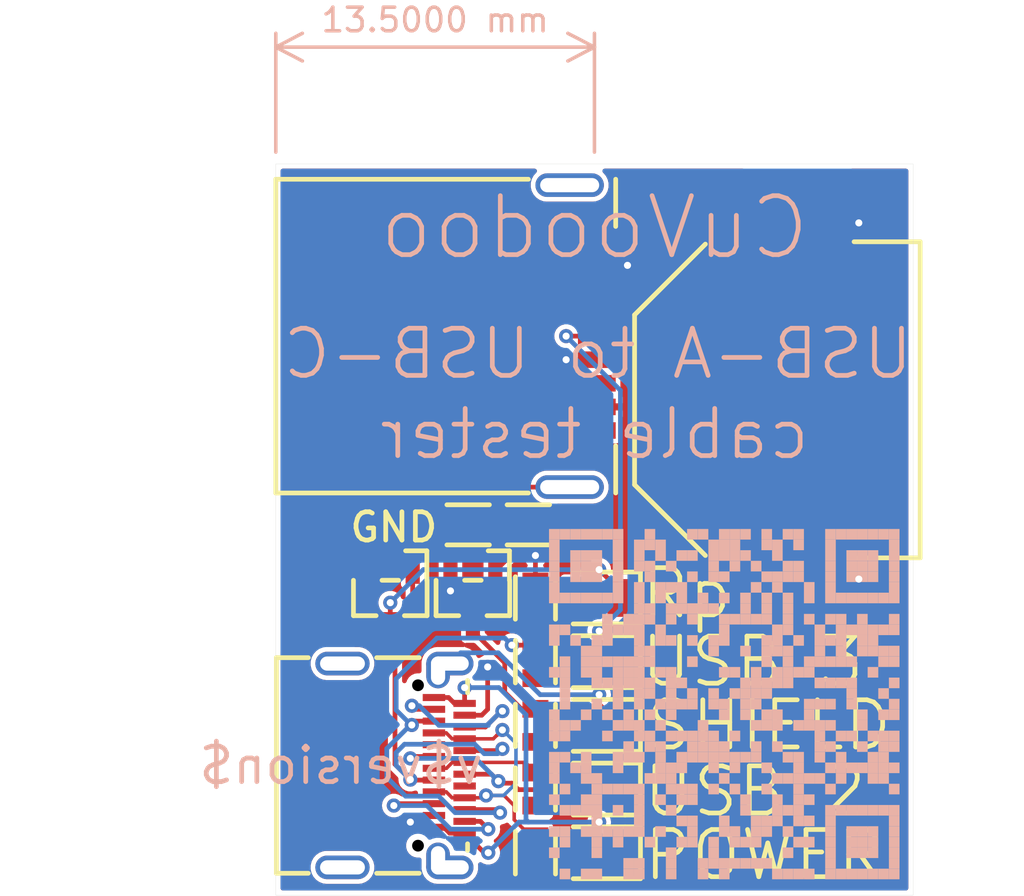
<source format=kicad_pcb>
(kicad_pcb (version 20211014) (generator pcbnew)

  (general
    (thickness 1.6)
  )

  (paper "A4")
  (title_block
    (title "USB-A to USB-C cable tester")
    (date "$date$")
    (rev "$version$.$revision$")
    (company "CuVoodoo")
    (comment 1 "King Kévin")
    (comment 2 "CERN-OHL-S")
  )

  (layers
    (0 "F.Cu" signal)
    (31 "B.Cu" signal)
    (33 "F.Adhes" user "F.Adhesive")
    (34 "B.Paste" user)
    (35 "F.Paste" user)
    (36 "B.SilkS" user "B.Silkscreen")
    (37 "F.SilkS" user "F.Silkscreen")
    (38 "B.Mask" user)
    (39 "F.Mask" user)
    (40 "Dwgs.User" user "User.Drawings")
    (44 "Edge.Cuts" user)
    (45 "Margin" user)
    (46 "B.CrtYd" user "B.Courtyard")
    (47 "F.CrtYd" user "F.Courtyard")
    (48 "B.Fab" user)
    (49 "F.Fab" user)
  )

  (setup
    (stackup
      (layer "F.SilkS" (type "Top Silk Screen"))
      (layer "F.Paste" (type "Top Solder Paste"))
      (layer "F.Mask" (type "Top Solder Mask") (thickness 0.01))
      (layer "F.Cu" (type "copper") (thickness 0.035))
      (layer "dielectric 1" (type "core") (thickness 1.51) (material "FR4") (epsilon_r 4.5) (loss_tangent 0.02))
      (layer "B.Cu" (type "copper") (thickness 0.035))
      (layer "B.Mask" (type "Bottom Solder Mask") (thickness 0.01))
      (layer "B.Paste" (type "Bottom Solder Paste"))
      (layer "B.SilkS" (type "Bottom Silk Screen"))
      (copper_finish "None")
      (dielectric_constraints no)
    )
    (pad_to_mask_clearance 0)
    (pcbplotparams
      (layerselection 0x00010fc_ffffffff)
      (disableapertmacros false)
      (usegerberextensions false)
      (usegerberattributes true)
      (usegerberadvancedattributes true)
      (creategerberjobfile true)
      (svguseinch false)
      (svgprecision 6)
      (excludeedgelayer true)
      (plotframeref false)
      (viasonmask false)
      (mode 1)
      (useauxorigin false)
      (hpglpennumber 1)
      (hpglpenspeed 20)
      (hpglpendiameter 15.000000)
      (dxfpolygonmode true)
      (dxfimperialunits true)
      (dxfusepcbnewfont true)
      (psnegative false)
      (psa4output false)
      (plotreference true)
      (plotvalue true)
      (plotinvisibletext false)
      (sketchpadsonfab false)
      (subtractmaskfromsilk false)
      (outputformat 1)
      (mirror false)
      (drillshape 1)
      (scaleselection 1)
      (outputdirectory "")
    )
  )

  (net 0 "")
  (net 1 "VCC")
  (net 2 "GND")
  (net 3 "/PWR-")
  (net 4 "Net-(D1-Pad2)")
  (net 5 "/USB2-")
  (net 6 "Net-(D2-Pad2)")
  (net 7 "/USB3-")
  (net 8 "Net-(D3-Pad2)")
  (net 9 "Net-(D4-Pad1)")
  (net 10 "Net-(D4-Pad2)")
  (net 11 "Net-(D5-Pad2)")
  (net 12 "Net-(J1-Pad8)")
  (net 13 "Net-(J1-Pad5)")
  (net 14 "/SH-A")
  (net 15 "Net-(J2-PadA3)")
  (net 16 "/PWR+")
  (net 17 "/Rp")
  (net 18 "/USB2+")
  (net 19 "unconnected-(J2-PadA8)")
  (net 20 "/USB3+")
  (net 21 "Net-(J2-PadA11)")
  (net 22 "unconnected-(J2-PadB8)")
  (net 23 "/SH-C")
  (net 24 "Net-(Q7-Pad3)")
  (net 25 "unconnected-(J1-Pad10)")
  (net 26 "unconnected-(J2-PadS2)")
  (net 27 "unconnected-(J2-PadS4)")
  (net 28 "unconnected-(J2-PadS3)")

  (footprint "qeda:UC1608X55N" (layer "F.Cu") (at 61.3 66.4))

  (footprint "qeda:LEDC2012X80N" (layer "F.Cu") (at 64 61 -90))

  (footprint "kikit:Tab" (layer "F.Cu") (at 77.55 49.9 180))

  (footprint "qeda:CONNECTOR_XKB_U262-24XN-4BV64" (layer "F.Cu") (at 54.375 65.4 -90))

  (footprint "qeda:UC1608X55N" (layer "F.Cu") (at 58.45 55.2 -90))

  (footprint "kikit:Tab" (layer "F.Cu") (at 50 47.2))

  (footprint "qeda:LEDC2012X80N" (layer "F.Cu") (at 64 63.7 -90))

  (footprint "qeda:CONNECTOR_MY-1220-03" (layer "F.Cu") (at 71.5 49.9 -90))

  (footprint "qeda:UC1608X55N" (layer "F.Cu") (at 61.3 69.1))

  (footprint "qeda:CONNECTOR_U231-09XN-4BLRA00" (layer "F.Cu") (at 57.5 47.2 -90))

  (footprint "qeda:LEDC2012X80N" (layer "F.Cu") (at 64 69.1 -90))

  (footprint "qeda:UC1608X55N" (layer "F.Cu") (at 61.3 63.7))

  (footprint "custom:pad_A" (layer "F.Cu") (at 52 57.2))

  (footprint "qeda:UC1608X55N" (layer "F.Cu") (at 61 55.2 90))

  (footprint "qeda:SOT95P237X112-3N" (layer "F.Cu") (at 58.65 58.3 -90))

  (footprint "qeda:SOT95P237X112-3N" (layer "F.Cu") (at 55.15 58.3 -90))

  (footprint "qeda:LEDC2012X80N" (layer "F.Cu") (at 64 58.3 -90))

  (footprint "qeda:LEDC2012X80N" (layer "F.Cu") (at 64 66.4 -90))

  (footprint "qeda:UC1608X55N" (layer "F.Cu") (at 61.3 58.3))

  (footprint "qeda:UC1608X55N" (layer "F.Cu") (at 61.3 61))

  (footprint "custom:QR" (layer "B.Cu") (at 69.3 62.8 180))

  (gr_rect (start 50.3 39.9) (end 77.3 70.9) (layer "Edge.Cuts") (width 0.01) (fill none) (tstamp e110771b-8aba-42bd-84d6-617f9ea39dc4))
  (gr_text "cable tester" (at 63.8 51.35) (layer "B.SilkS") (tstamp 179cd2f8-9733-4954-85ff-39ca965aeee1)
    (effects (font (size 2 2) (thickness 0.2)) (justify mirror))
  )
  (gr_text "USB-A to USB-C" (at 63.95 47.95) (layer "B.SilkS") (tstamp 4d7a8855-27cb-41ec-a779-1e63df03c905)
    (effects (font (size 2 2) (thickness 0.2)) (justify mirror))
  )
  (gr_text "v$version$" (at 59.2 65.4) (layer "B.SilkS") (tstamp 792c4c1d-f5d1-4910-9abd-84049f176ad3)
    (effects (font (size 1.5 1.5) (thickness 0.2)) (justify left mirror))
  )
  (gr_text "CuVoodoo" (at 63.8 42.6) (layer "B.SilkS") (tstamp 8a3d6bd8-1b6d-4752-a0a8-fdb777df11ae)
    (effects (font (size 2.5 2.5) (thickness 0.2)) (justify mirror))
  )
  (gr_text "POWER" (at 71 69.2) (layer "F.SilkS") (tstamp 28d0cc7d-8de8-4b53-95ef-6dfe09ee3a59)
    (effects (font (size 2 2) (thickness 0.2)))
  )
  (gr_text "GND" (at 55.3 55.3) (layer "F.SilkS") (tstamp 34852892-c925-4f4c-a185-7e95d257c202)
    (effects (font (size 1.2 1.2) (thickness 0.2)))
  )
  (gr_text "USB 2" (at 70.6 66.5) (layer "F.SilkS") (tstamp 3859f4e5-f8f6-455c-8d1a-163e06472d32)
    (effects (font (size 2 2) (thickness 0.2)))
  )
  (gr_text "USB 3" (at 70.5 61) (layer "F.SilkS") (tstamp 4c0f3b00-6ee3-44a9-9f3c-e2b80cccfc95)
    (effects (font (size 2 2) (thickness 0.2)))
  )
  (gr_text "Rp" (at 67.7 58.1) (layer "F.SilkS") (tstamp 99fc3018-400c-48b2-8606-a82ade13f88d)
    (effects (font (size 2 2) (thickness 0.2)))
  )
  (gr_text "SHIELD" (at 71.2 63.7) (layer "F.SilkS") (tstamp aa6aed97-74af-4bcd-9533-eb1f6168cfd8)
    (effects (font (size 2 2) (thickness 0.2)))
  )
  (dimension (type aligned) (layer "B.SilkS") (tstamp 65d73f6a-fb32-42ec-a309-f2bf1ed0c6db)
    (pts (xy 50.3 39.9) (xy 63.8 39.9))
    (height -4.95)
    (gr_text "13.5000 mm" (at 57.05 33.8) (layer "B.SilkS") (tstamp 58f56b81-869f-47b6-bb56-d60055f3c47f)
      (effects (font (size 1 1) (thickness 0.15)))
    )
    (format (units 3) (units_format 1) (precision 4))
    (style (thickness 0.15) (arrow_length 1.27) (text_position_mode 0) (extension_height 0.58642) (extension_offset 0.5) keep_text_aligned)
  )
  (dimension (type aligned) (layer "F.Fab") (tstamp 0987586c-4343-480a-ae15-bc1b4632f1d3)
    (pts (xy 50.3 39.9) (xy 50.3 70.9))
    (height 5.6)
    (gr_text "31.0000 mm" (at 43.55 55.4 90) (layer "F.Fab") (tstamp 0987586c-4343-480a-ae15-bc1b4632f1d3)
      (effects (font (size 1 1) (thickness 0.15)))
    )
    (format (units 3) (units_format 1) (precision 4))
    (style (thickness 0.1) (arrow_length 1.27) (text_position_mode 0) (extension_height 0.58642) (extension_offset 0.5) keep_text_aligned)
  )
  (dimension (type aligned) (layer "F.Fab") (tstamp d235e816-7f10-40ef-931c-0cccd106ef8e)
    (pts (xy 50.3 39.9) (xy 77.3 39.9))
    (height -2.3)
    (gr_text "27.0000 mm" (at 63.8 36.45) (layer "F.Fab") (tstamp d235e816-7f10-40ef-931c-0cccd106ef8e)
      (effects (font (size 1 1) (thickness 0.15)))
    )
    (format (units 3) (units_format 1) (precision 4))
    (style (thickness 0.1) (arrow_length 1.27) (text_position_mode 0) (extension_height 0.58642) (extension_offset 0.5) keep_text_aligned)
  )

  (segment (start 57 67.52) (end 56.28 67.52) (width 0.2) (layer "F.Cu") (net 1) (tstamp 1b8b5758-c580-4557-87a1-b6222a8116e9))
  (segment (start 57.7 58) (end 57.7 57.15) (width 0.2) (layer "F.Cu") (net 1) (tstamp 3618117b-dab2-40a7-ba43-5eb5fb4ac084))
  (segment (start 63.9 48.2) (end 62.6 48.2) (width 0.2) (layer "F.Cu") (net 1) (tstamp 3b85de12-8f5e-4ee5-baa0-b3e061d387b0))
  (segment (start 74.95 57.45) (end 75 57.5) (width 0.2) (layer "F.Cu") (net 1) (tstamp 40f41ae5-c0fa-46c5-bb56-d03490ca3c74))
  (segment (start 56.28 67.52) (end 56 67.8) (width 0.2) (layer "F.Cu") (net 1) (tstamp 6355cadd-40a2-4caa-bf46-5786df19e887))
  (segment (start 59.024022 63.27) (end 58.3 63.27) (width 0.2) (layer "F.Cu") (net 1) (tstamp 69ec6134-374d-4104-8d1d-f52100048361))
  (segment (start 63.9 44.2) (end 65.2 44.2) (width 0.2) (layer "F.Cu") (net 1) (tstamp 8b0223ce-8578-461b-8300-b85dbef8cc65))
  (segment (start 61.7 55.2) (end 61.7 56.1005) (width 0.2) (layer "F.Cu") (net 1) (tstamp 90d5053f-4a4f-482f-82d0-dbc9242f9414))
  (segment (start 74.95 42.35) (end 75 42.4) (width 0.2) (layer "F.Cu") (net 1) (tstamp 916ac31c-e257-4bf6-ab3c-881b663cb45e))
  (segment (start 61.3 57.6) (end 61.3 56.5005) (width 0.2) (layer "F.Cu") (net 1) (tstamp 9e0b6373-37a1-49ce-9330-a38e67a3ca82))
  (segment (start 59.276089 61.223911) (end 59.276089 63.017933) (width 0.2) (layer "F.Cu") (net 1) (tstamp 9e2debc8-f8b5-45d8-b683-92d0cd68a8b9))
  (segment (start 61.7 56.1005) (end 61.3 56.5005) (width 0.2) (layer "F.Cu") (net 1) (tstamp a41385bb-0811-4d82-ba34-f938f0a7549e))
  (segment (start 59.276089 63.017933) (end 59.024022 63.27) (width 0.2) (layer "F.Cu") (net 1) (tstamp b19d611f-10c6-4b82-a5fb-8b2a03084b94))
  (segment (start 72.4 57.45) (end 74.95 57.45) (width 0.2) (layer "F.Cu") (net 1) (tstamp b851d31a-dd8e-4bc1-832f-5ff796344720))
  (segment (start 72.4 42.35) (end 74.95 42.35) (width 0.2) (layer "F.Cu") (net 1) (tstamp f5dcbef9-d186-485b-bd4f-c91f0d0e3850))
  (via (at 65.2 44.2) (size 0.6) (drill 0.3) (layers "F.Cu" "B.Cu") (net 1) (tstamp 4fa1f0af-4b89-4023-9992-28f7a0a9c009))
  (via (at 59.276089 61.223911) (size 0.6) (drill 0.3) (layers "F.Cu" "B.Cu") (net 1) (tstamp 522fea9f-551e-4434-8631-a4891a80df0c))
  (via (at 75 57.5) (size 0.6) (drill 0.3) (layers "F.Cu" "B.Cu") (free) (net 1) (tstamp 5a6c3353-bd2a-461c-bfd6-749bbcb38c9f))
  (via (at 56 67.8) (size 0.6) (drill 0.3) (layers "F.Cu" "B.Cu") (net 1) (tstamp 64aed69c-80f4-4314-a1a8-c168a4b46aac))
  (via (at 57.7 58) (size 0.6) (drill 0.3) (layers "F.Cu" "B.Cu") (net 1) (tstamp cde70262-8de2-40e1-8ac2-f0f87b0935b8))
  (via (at 62.6 48.2) (size 0.6) (drill 0.3) (layers "F.Cu" "B.Cu") (net 1) (tstamp cf64a83f-fc0f-41f5-a09f-a473f2fcaeb8))
  (via (at 61.3 56.5005) (size 0.6) (drill 0.3) (layers "F.Cu" "B.Cu") (net 1) (tstamp d2cb9189-cf73-4ae4-849f-331b6c5d53fe))
  (via (at 75 42.4) (size 0.6) (drill 0.3) (layers "F.Cu" "B.Cu") (free) (net 1) (tstamp dece80db-b223-47d7-a844-ee468c4ea71a))
  (segment (start 57.87 62.77) (end 58.3 62.77) (width 0.2) (layer "F.Cu") (net 3) (tstamp 28290c71-68de-4c28-8728-ad8c7232ab45))
  (segment (start 64.9 68.7) (end 64 67.8) (width 0.2) (layer "F.Cu") (net 3) (tstamp 30d00695-2761-4e24-8335-8327aaa75002))
  (segment (start 57.62 62.52) (end 57.87 62.77) (width 0.2) (layer "F.Cu") (net 3) (tstamp 33226df9-6400-49bc-887f-48f8f75bdba5))
  (segment (start 58.3 62.77) (end 58.3 62.1) (width 0.2) (layer "F.Cu") (net 3) (tstamp 3f0c5b8a-8754-48a3-907b-6d807b9c72b0))
  (segment (start 57 62.52) (end 57.62 62.52) (width 0.2) (layer "F.Cu") (net 3) (tstamp 64c92ce1-6f9d-46f2-b7a7-1128a377480f))
  (segment (start 64.9 69.1) (end 64.9 68.7) (width 0.2) (layer "F.Cu") (net 3) (tstamp 6c9b78b1-2421-4c64-a4af-ad160cdaab73))
  (segment (start 57.42 68.02) (end 57.67 68.27) (width 0.2) (layer "F.Cu") (net 3) (tstamp 72fcd135-1384-4732-8938-e7add491d0ec))
  (segment (start 59.13 69.1) (end 58.3 68.27) (width 0.2) (layer "F.Cu") (net 3) (tstamp 9e4290f1-51d5-4f7d-81b6-76bba4400bdb))
  (segment (start 59.3 69.1) (end 59.13 69.1) (width 0.2) (layer "F.Cu") (net 3) (tstamp a8abf6e0-f867-45c8-b60c-2e28824cb312))
  (segment (start 57.67 68.27) (end 58.3 68.27) (width 0.2) (layer "F.Cu") (net 3) (tstamp edd723ed-ada5-4c33-b836-6a765deb5ab8))
  (segment (start 57 68.02) (end 57.42 68.02) (width 0.2) (layer "F.Cu") (net 3) (tstamp f595d2d8-fada-4670-85d5-7eadd6975f3a))
  (via (at 58.3 62.1) (size 0.6) (drill 0.3) (layers "F.Cu" "B.Cu") (net 3) (tstamp 61228115-c3c1-4c09-9057-e8b0ee5d5179))
  (via (at 59.3 69.1) (size 0.6) (drill 0.3) (layers "F.Cu" "B.Cu") (net 3) (tstamp 8b661746-cf2c-4a6f-956a-30db112cbceb))
  (via (at 64 67.8) (size 0.6) (drill 0.3) (layers "F.Cu" "B.Cu") (net 3) (tstamp e57c7d3f-2011-4453-ba51-7180f65ec00b))
  (segment (start 64 67.8) (end 61 67.8) (width 0.2) (layer "B.Cu") (net 3) (tstamp 03560363-6a61-4260-ad7c-0a7b18fd9387))
  (segment (start 60.9 63.247986) (end 60.9 67.7) (width 0.2) (layer "B.Cu") (net 3) (tstamp 1dc02f56-c601-4978-ad6f-99ab3cb9600d))
  (segment (start 61 67.8) (end 60.6 67.8) (width 0.2) (layer "B.Cu") (net 3) (tstamp 262efff9-07f6-4127-8dae-3449e11ab2e2))
  (segment (start 59.752014 62.1) (end 60.9 63.247986) (width 0.2) (layer "B.Cu") (net 3) (tstamp 706d331e-9990-47fa-bd71-ffef050819a7))
  (segment (start 60.9 67.7) (end 61 67.8) (width 0.2) (layer "B.Cu") (net 3) (tstamp 8870284b-bbeb-44c8-a36c-49d893d9d8fa))
  (segment (start 60.6 67.8) (end 59.3 69.1) (width 0.2) (layer "B.Cu") (net 3) (tstamp 88a0a88a-c116-4b88-8174-b1fddfa375b8))
  (segment (start 58.3 62.1) (end 59.752014 62.1) (width 0.2) (layer "B.Cu") (net 3) (tstamp 8ec74bc7-7979-4d25-bb25-1002dd3211ed))
  (segment (start 62.4 69.8) (end 63.1 69.1) (width 0.2) (layer "F.Cu") (net 4) (tstamp 06509903-9442-42f4-87a3-aa6effd51270))
  (segment (start 61.3 69.8) (end 62.4 69.8) (width 0.2) (layer "F.Cu") (net 4) (tstamp 92e5436c-8cd0-4fdc-8734-73ea33ab81b2))
  (segment (start 59.434312 65.77) (end 58.3 65.77) (width 0.2) (layer "F.Cu") (net 5) (tstamp 0fc718bd-20bf-4e09-8059-b80b256078a1))
  (segment (start 56.08 65.02) (end 56 65.1) (width 0.2) (layer "F.Cu") (net 5) (tstamp 144cb0a8-c226-41b7-b231-5a667076bcd5))
  (segment (start 62.4 65.3) (end 63.949022 65.3) (width 0.2) (layer "F.Cu") (net 5) (tstamp 39e8fab7-e3b2-483d-bee8-a812d8a861cd))
  (segment (start 62.250489 66.273533) (end 62.250489 65.449511) (width 0.2) (layer "F.Cu") (net 5) (tstamp 5b4c0919-1e6b-4e97-9192-b1bf7a7caee7))
  (segment (start 59.729808 66.065496) (end 59.81529 66.150978) (width 0.2) (layer "F.Cu") (net 5) (tstamp 6244e5a5-1887-44c1-921a-22c225f4ed75))
  (segment (start 62.098533 66.425489) (end 62.250489 66.273533) (width 0.2) (layer "F.Cu") (net 5) (tstamp 67cffd96-66e1-4f8d-a493-5f1f80ab8495))
  (segment (start 64.9 66.250978) (end 64.9 66.4) (width 0.2) (layer "F.Cu") (net 5) (tstamp 812711a1-1db5-45f9-8402-3f59cef0a66e))
  (segment (start 57 65.02) (end 56.08 65.02) (width 0.2) (layer "F.Cu") (net 5) (tstamp 81492a5c-d7b0-4e18-9355-4604ecdbffbc))
  (segment (start 59.81529 66.150978) (end 60.3 66.150978) (width 0.2) (layer "F.Cu") (net 5) (tstamp b09ed1ab-bd78-457e-b690-5a269a22f9e2))
  (segment (start 62.250489 65.449511) (end 62.4 65.3) (width 0.2) (layer "F.Cu") (net 5) (tstamp b99c66e4-fe49-46ab-8449-b9ad6b94dbfc))
  (segment (start 60.3 66.150978) (end 60.574511 66.425489) (width 0.2) (layer "F.Cu") (net 5) (tstamp e95a020f-b884-4c3e-9086-4b4235ac5ec8))
  (segment (start 63.949022 65.3) (end 64.9 66.250978) (width 0.2) (layer "F.Cu") (net 5) (tstamp edc3baf0-16d6-4606-a34e-1ccbcaa52ab8))
  (segment (start 60.574511 66.425489) (end 62.098533 66.425489) (width 0.2) (layer "F.Cu") (net 5) (tstamp f141967a-c0ab-4b1e-ad40-f448b7f7d947))
  (segment (start 59.729808 66.065496) (end 59.434312 65.77) (width 0.2) (layer "F.Cu") (net 5) (tstamp fee3ca4b-a214-46b3-9cb4-84f213190977))
  (via (at 59.729808 66.065496) (size 0.6) (drill 0.3) (layers "F.Cu" "B.Cu") (net 5) (tstamp d16c3a18-cdc1-4179-9758-b39f74001ef6))
  (via (at 56 65.1) (size 0.6) (drill 0.3) (layers "F.Cu" "B.Cu") (net 5) (tstamp dead273e-4cd2-49fd-9279-ca8452283aec))
  (segment (start 59.729808 66.065496) (end 58.764312 65.1) (width 0.2) (layer "B.Cu") (net 5) (tstamp 6d43aa55-7c83-46a6-a197-3d6b71417ad4))
  (segment (start 58.764312 65.1) (end 56 65.1) (width 0.2) (layer "B.Cu") (net 5) (tstamp 82f2ee27-d41f-4f1d-b6c2-4795bb7b85de))
  (segment (start 62.4 67.1) (end 63.1 66.4) (width 0.2) (layer "F.Cu") (net 6) (tstamp c360a504-90a0-4d4b-be27-6c560537bcf3))
  (segment (start 61.3 67.1) (end 62.4 67.1) (width 0.2) (layer "F.Cu") (net 6) (tstamp e1eee509-ea3d-4376-92ce-6543c57e18f5))
  (segment (start 63.9 47.2) (end 62.6 47.2) (width 0.2) (layer "F.Cu") (net 7) (tstamp 082efa80-21ad-47b6-93ac-219b6d5d19ec))
  (segment (start 64 60.1) (end 64.9 61) (width 0.2) (layer "F.Cu") (net 7) (tstamp 0982c320-41d0-4282-82c8-c03c9c5254d1))
  (segment (start 64 59.7) (end 64 60.1) (width 0.2) (layer "F.Cu") (net 7) (tstamp 7ec8cb36-5a02-42fc-82ee-8cb2604766dd))
  (via (at 64 59.7) (size 0.6) (drill 0.3) (layers "F.Cu" "B.Cu") (net 7) (tstamp 63ceaa7b-3446-4530-808d-5bd8a9a9b270))
  (via (at 62.6 47.2) (size 0.6) (drill 0.3) (layers "F.Cu" "B.Cu") (net 7) (tstamp fed793c4-5920-4faa-8924-fb809828384f))
  (segment (start 64.900489 58.799511) (end 64.900489 49.500489) (width 0.2) (layer "B.Cu") (net 7) (tstamp 0d169fdd-0647-4144-b48a-f330c5b6aead))
  (segment (start 64 59.7) (end 64.900489 58.799511) (width 0.2) (layer "B.Cu") (net 7) (tstamp 4d411035-f8e7-4ab1-bccf-bb9ceced5881))
  (segment (start 64.900489 49.500489) (end 62.6 47.2) (width 0.2) (layer "B.Cu") (net 7) (tstamp 812beb1f-4872-4838-806c-81ab5e558f5f))
  (segment (start 62.4 61.7) (end 63.1 61) (width 0.2) (layer "F.Cu") (net 8) (tstamp 2d65021b-1d2c-4c04-b724-b366f1e833cf))
  (segment (start 61.3 61.7) (end 62.4 61.7) (width 0.2) (layer "F.Cu") (net 8) (tstamp 33696b01-17e0-42f4-97e2-ea740f87064e))
  (segment (start 55.15 58.5) (end 55.15 59.45) (width 0.2) (layer "F.Cu") (net 9) (tstamp 3c14ee8f-9a4f-46ea-afdb-aa9a9b7bf048))
  (segment (start 64.9 58) (end 64 57.1) (width 0.2) (layer "F.Cu") (net 9) (tstamp 7c7ab7b4-5070-4ed7-9886-e339d46c25fb))
  (segment (start 64.9 58.3) (end 64.9 58) (width 0.2) (layer "F.Cu") (net 9) (tstamp c19515e2-da46-48cf-938f-85c3f081425e))
  (via (at 64 57.1) (size 0.6) (drill 0.3) (layers "F.Cu" "B.Cu") (net 9) (tstamp 3af5ac5c-4cd6-4c08-91d9-7786621392e8))
  (via (at 55.15 58.5) (size 0.6) (drill 0.3) (layers "F.Cu" "B.Cu") (net 9) (tstamp ae2c0a70-2378-43ca-8685-04fb9d234ad8))
  (segment (start 64 57.1) (end 56.55 57.1) (width 0.2) (layer "B.Cu") (net 9) (tstamp 372d452d-f849-4cc6-ae6a-a7516e652ab4))
  (segment (start 56.55 57.1) (end 55.15 58.5) (width 0.2) (layer "B.Cu") (net 9) (tstamp a4173900-d5a2-4f4f-b879-f765c8e0a10c))
  (segment (start 61.3 59) (end 62.4 59) (width 0.2) (layer "F.Cu") (net 10) (tstamp 600bf926-757a-4ba3-85e6-922f96976d2a))
  (segment (start 62.4 59) (end 63.1 58.3) (width 0.2) (layer "F.Cu") (net 10) (tstamp d6297aad-2160-46a6-b90b-5d247f2de6a1))
  (segment (start 62.4 64.4) (end 63.1 63.7) (width 0.2) (layer "F.Cu") (net 11) (tstamp 8c73cd64-a10b-4858-8882-a99d1f846635))
  (segment (start 61.3 64.4) (end 62.4 64.4) (width 0.2) (layer "F.Cu") (net 11) (tstamp d00bd804-a559-4e7f-b2f8-adbbae07fff7))
  (segment (start 62.4 44.8) (end 62.8 45.2) (width 0.2) (layer "F.Cu") (net 12) (tstamp 45cfbb0f-1c5b-43ff-8533-b7e190cf389b))
  (segment (start 63.9 43.2) (end 62.8 43.2) (width 0.2) (layer "F.Cu") (net 12) (tstamp 4935fee8-0ddb-46bc-b996-bcf8323e668a))
  (segment (start 62.4 43.6) (end 62.4 44.8) (width 0.2) (layer "F.Cu") (net 12) (tstamp a962cbfa-7c3c-443d-a1fd-57c1f365e664))
  (segment (start 62.8 45.2) (end 63.9 45.2) (width 0.2) (layer "F.Cu") (net 12) (tstamp add3771a-39c6-4bbe-9d69-4a67a27dbc26))
  (segment (start 62.8 43.2) (end 62.4 43.6) (width 0.2) (layer "F.Cu") (net 12) (tstamp c1f4cebc-f59d-49cc-b8d8-cee160f95adb))
  (segment (start 63.9 49.2) (end 62.9 49.2) (width 0.2) (layer "F.Cu") (net 13) (tstamp 757b6d0a-4def-4e83-be0c-da2a4643d0a7))
  (segment (start 62.9 49.2) (end 62.4 49.7) (width 0.2) (layer "F.Cu") (net 13) (tstamp 8053613e-4da5-4674-956b-0172ac5f84a0))
  (segment (start 62.4 49.7) (end 62.4 50.7) (width 0.2) (layer "F.Cu") (net 13) (tstamp 88040059-67a4-499c-9026-190d2a993001))
  (segment (start 62.9 51.2) (end 63.9 51.2) (width 0.2) (layer "F.Cu") (net 13) (tstamp 89289089-3246-439a-a0bd-35dcbad4cb49))
  (segment (start 62.4 50.7) (end 62.9 51.2) (width 0.2) (layer "F.Cu") (net 13) (tstamp c6f8c1ef-a233-4fca-ad84-621eb972d8b5))
  (segment (start 62.75 53.6) (end 60.7 53.6) (width 0.2) (layer "F.Cu") (net 14) (tstamp 2435d61f-5f98-4ecd-8c80-9a25b4d12d87))
  (segment (start 60.3 54) (end 60.3 55.2) (width 0.2) (layer "F.Cu") (net 14) (tstamp 33a7aa15-c8cd-4c5b-a5b6-a4d676d708b5))
  (segment (start 60.3 55.2) (end 60.3 56.45) (width 0.2) (layer "F.Cu") (net 14) (tstamp 5a80a8fa-5909-4d26-a1be-bce0921aa9d0))
  (segment (start 60.7 53.6) (end 60.3 54) (width 0.2) (layer "F.Cu") (net 14) (tstamp 80e27d24-6016-42e8-a2d1-a5f29b6a81b6))
  (segment (start 60.3 56.45) (end 59.6 57.15) (width 0.2) (layer "F.Cu") (net 14) (tstamp bce6a095-1537-40ac-9fcb-a3b2f1494d31))
  (segment (start 58.3 63.77) (end 59.178085 63.77) (width 0.2) (layer "F.Cu") (net 15) (tstamp 1999fdda-b3cd-4b34-b78b-6b631e42f685))
  (segment (start 57 63.02) (end 56.216416 63.02) (width 0.2) (layer "F.Cu") (net 15) (tstamp 33ce2d79-cd34-4a55-8db9-806c37f11890))
  (segment (start 59.851589 63.096496) (end 59.900672 63.096496) (width 0.2) (layer "F.Cu") (net 15) (tstamp 6ffb6b44-1b6f-46b2-adf7-9dc8e95491f3))
  (segment (start 59.178085 63.77) (end 59.851589 63.096496) (width 0.2) (layer "F.Cu") (net 15) (tstamp 92d9609c-1018-4020-8408-b22e1b86c5ae))
  (segment (start 56.216416 63.02) (end 56.06596 62.869544) (width 0.2) (layer "F.Cu") (net 15) (tstamp 9e9355c0-df62-4a39-905b-9406ed732fc6))
  (via (at 56.06596 62.869544) (size 0.6) (drill 0.3) (layers "F.Cu" "B.Cu") (net 15) (tstamp 581f32bb-9ddc-4471-b080-76e130484983))
  (via (at 59.900672 63.096496) (size 0.6) (drill 0.3) (layers "F.Cu" "B.Cu") (net 15) (tstamp b758e163-5102-46e6-a850-b3b6ff0de536))
  (segment (start 59.3 63.648085) (end 59.3 63.7) (width 0.2) (layer "B.Cu") (net 15) (tstamp 279f8941-5e19-463c-8d8f-d5fc08dd1b0e))
  (segment (start 59.3 63.7) (end 57.211699 63.7) (width 0.2) (layer "B.Cu") (net 15) (tstamp 62edeeab-d68e-4848-b8b6-0a6e84f8c1a9))
  (segment (start 59.851589 63.096496) (end 59.3 63.648085) (width 0.2) (layer "B.Cu") (net 15) (tstamp 800742b1-ea68-430f-b38d-b650b44f9057))
  (segment (start 56.381243 62.869544) (end 56.06596 62.869544) (width 0.2) (layer "B.Cu") (net 15) (tstamp afc06b9b-0555-49ad-a75f-16ecde840603))
  (segment (start 59.900672 63.096496) (end 59.851589 63.096496) (width 0.2) (layer "B.Cu") (net 15) (tstamp c46343eb-af26-43f7-8b9b-17255129c1f2))
  (segment (start 57.211699 63.7) (end 56.381243 62.869544) (width 0.2) (layer "B.Cu") (net 15) (tstamp d835af60-ec0d-472e-b764-5789ed185a0a))
  (segment (start 57 64.02) (end 57.52 64.02) (width 0.15) (layer "F.Cu") (net 16) (tstamp 17b2821c-9b29-4198-aa70-180564528a28))
  (segment (start 59.207146 66.6705) (end 59.9705 66.6705) (width 0.15) (layer "F.Cu") (net 16) (tstamp 21860735-99ca-40fa-86d0-8a4e0e9d557b))
  (segment (start 59.899925 63.895998) (end 59.674934 64.120989) (width 0.15) (layer "F.Cu") (net 16) (tstamp 41cbf25a-2f94-4725-be3d-3c9fdf2a3017))
  (segment (start 59.107646 66.77) (end 59.207146 66.6705) (width 0.15) (layer "F.Cu") (net 16) (tstamp 4e6709cf-762d-427c-8534-22e2be7cb912))
  (segment (start 59.662529 64.120989) (end 59.513518 64.27) (width 0.15) (layer "F.Cu") (net 16) (tstamp 5b78b96f-bbfb-4d01-8f96-fddb62cc7b2b))
  (segment (start 58.3 66.77) (end 59.107646 66.77) (width 0.15) (layer "F.Cu") (net 16) (tstamp 6100481f-aff1-46d4-982f-3ff26d92b3f2))
  (segment (start 57 66.52) (end 57.52 66.52) (width 0.15) (layer "F.Cu") (net 16) (tstamp 6e65f4f8-9e8d-4724-8425-ecc50db044f1))
  (segment (start 59.513518 64.27) (end 58.3 64.27) (width 0.15) (layer "F.Cu") (net 16) (tstamp 74c59a5f-a887-47b2-8ba1-82797869c834))
  (segment (start 57.52 66.52) (end 57.77 66.77) (width 0.15) (layer "F.Cu") (net 16) (tstamp 80d0a409-42e8-426e-ba03-1b5244f06655))
  (segment (start 59.9705 66.6705) (end 60.4 67.1) (width 0.15) (layer "F.Cu") (net 16) (tstamp 87dd1b5b-8aad-4cd8-b03b-8219682c3779))
  (segment (start 57.52 64.02) (end 57.77 64.27) (width 0.15) (layer "F.Cu") (net 16) (tstamp 9013eee6-b64d-40fa-a83e-b27ec895221b))
  (segment (start 57.77 66.77) (end 58.3 66.77) (width 0.15) (layer "F.Cu") (net 16) (tstamp a0e57082-d29f-41ba-926e-5eb600adeb09))
  (segment (start 59.674934 64.120989) (end 59.662529 64.120989) (width 0.15) (layer "F.Cu") (net 16) (tstamp a59e34c0-205f-455d-b8c8-36e95924bcd8))
  (segment (start 61.1 68.4) (end 61.3 68.4) (width 0.15) (layer "F.Cu") (net 16) (tstamp ae0786e2-53b5-4f7f-9dc9-4f01b1eeb4d6))
  (segment (start 60.4 67.1) (end 60.4 67.7) (width 0.15) (layer "F.Cu") (net 16) (tstamp dc5f25db-aeee-4fae-b2d8-9ec545e2c84a))
  (segment (start 57.77 64.27) (end 58.3 64.27) (width 0.15) (layer "F.Cu") (net 16) (tstamp df20a2e8-6a68-4b24-a4aa-5430bf05df97))
  (segment (start 60.4 67.7) (end 61.1 68.4) (width 0.15) (layer "F.Cu") (net 16) (tstamp ecbe0046-f121-4584-94a9-cd17e6aec82e))
  (via (at 59.899925 63.895998) (size 0.6) (drill 0.3) (layers "F.Cu" "B.Cu") (net 16) (tstamp 7354a64d-c91d-4ac9-a819-952426dc9142))
  (via (at 59.207146 66.6705) (size 0.6) (drill 0.3) (layers "F.Cu" "B.Cu") (net 16) (tstamp cdea7b84-076c-4f56-aca0-5b8e84ab5297))
  (segment (start 59.954989 66.6705) (end 59.207146 66.6705) (width 0.15) (layer "B.Cu") (net 16) (tstamp 3f6b30f6-23b7-4d6e-8fbe-e3aa3c98e00a))
  (segment (start 60.017482 64) (end 60.475011 64.457529) (width 0.15) (layer "B.Cu") (net 16) (tstamp 65a3d422-7ee4-471e-96a4-5092c4d7a106))
  (segment (start 59.899925 63.895998) (end 60.003927 64) (width 0.15) (layer "B.Cu") (net 16) (tstamp b3665817-9b68-4f72-b6fd-11f6e1069296))
  (segment (start 60.475011 66.150478) (end 59.954989 66.6705) (width 0.15) (layer "B.Cu") (net 16) (tstamp b7715cd4-4546-4d5a-9eae-0c91f4af9278))
  (segment (start 60.003927 64) (end 60.017482 64) (width 0.15) (layer "B.Cu") (net 16) (tstamp ba1db7a5-b5f8-4c49-9498-fe7854c54e67))
  (segment (start 60.475011 64.457529) (end 60.475011 66.150478) (width 0.15) (layer "B.Cu") (net 16) (tstamp ee950e96-3105-47a9-b219-97d2819305c6))
  (segment (start 56 66) (end 55.35 65.35) (width 0.2) (layer "F.Cu") (net 17) (tstamp 0e58d3fd-afbe-4bfd-ac0f-2f0592aa6161))
  (segment (start 57.75 55.2) (end 56.45 55.2) (width 0.2) (layer "F.Cu") (net 17) (tstamp 1957147b-edd7-4152-b94c-848e7e4ff05d))
  (segment (start 56.02 66.02) (end 56 66) (width 0.2) (layer "F.Cu") (net 17) (tstamp 403015a3-4731-4cbb-83e6-fecf924c41fe))
  (segment (start 56.1 59.95) (end 56.1 57.15) (width 0.2) (layer "F.Cu") (net 17) (tstamp 42e95b2f-7850-4047-b36d-17bca81f8b84))
  (segment (start 59.826 64.77) (end 58.3 64.77) (width 0.2) (layer "F.Cu") (net 17) (tstamp 437cc4f3-1784-448c-ad2c-4e52c2e32efd))
  (segment (start 56.45 55.2) (end 56.1 55.55) (width 0.2) (layer "F.Cu") (net 17) (tstamp 43f202cf-c786-4e88-b869-6cc6e0331047))
  (segment (start 55.35 65.35) (end 55.35 60.7) (width 0.2) (layer "F.Cu") (net 17) (tstamp 50453182-53d9-48e8-b849-ba728d80c628))
  (segment (start 57 66.02) (end 56.02 66.02) (width 0.2) (layer "F.Cu") (net 17) (tstamp 7523f17d-577d-4f32-9757-c8c490a68615))
  (segment (start 55.35 60.7) (end 56.1 59.95) (width 0.2) (layer "F.Cu") (net 17) (tstamp aa815c9e-d6c3-4196-a997-7f0eb44bbf60))
  (segment (start 59.9005 64.6955) (end 59.826 64.77) (width 0.2) (layer "F.Cu") (net 17) (tstamp b7277299-f263-4b1b-8872-bad30caded7f))
  (segment (start 56.1 55.55) (end 56.1 57.15) (width 0.2) (layer "F.Cu") (net 17) (tstamp d994a382-eebf-434b-a24d-5c20fcc073e6))
  (via (at 59.9005 64.6955) (size 0.6) (drill 0.3) (layers "F.Cu" "B.Cu") (net 17) (tstamp 1058638b-0448-4b13-b8cd-6e6cb2991d52))
  (via (at 56 66) (size 0.6) (drill 0.3) (layers "F.Cu" "B.Cu") (net 17) (tstamp 5e70abfd-eaf8-448b-b8f0-9829f1f629c8))
  (segment (start 58.729807 64.500489) (end 55.751673 64.500489) (width 0.2) (layer "B.Cu") (net 17) (tstamp 33c36b57-c0bf-4461-9aaa-ce4e7747f214))
  (segment (start 59.696 64.9) (end 59.129318 64.9) (width 0.2) (layer "B.Cu") (net 17) (tstamp 6c98df7a-299e-4711-95fd-414992615bfb))
  (segment (start 55.400489 64.851673) (end 55.400489 65.400489) (width 0.2) (layer "B.Cu") (net 17) (tstamp 76bd36e9-2b15-433b-8623-8dc25ff5a400))
  (segment (start 59.9005 64.6955) (end 59.696 64.9) (width 0.2) (layer "B.Cu") (net 17) (tstamp 77535946-c973-4a96-95b8-11b8a2f8d983))
  (segment (start 59.129318 64.9) (end 58.729807 64.500489) (width 0.2) (layer "B.Cu") (net 17) (tstamp 96803f82-2a50-4ed3-ac99-6cfbad85dd8c))
  (segment (start 55.751673 64.500489) (end 55.400489 64.851673) (width 0.2) (layer "B.Cu") (net 17) (tstamp 9f0bc63f-1460-43a0-b805-0fa2112e7239))
  (segment (start 55.400489 65.400489) (end 56 66) (width 0.2) (layer "B.Cu") (net 17) (tstamp d7fd82c1-0548-469d-852b-f973ef1fedd6))
  (segment (start 58.3 65.27) (end 60.87 65.27) (width 0.15) (layer "F.Cu") (net 18) (tstamp 0c38640b-8b09-4f8b-b836-abe3013c930a))
  (segment (start 57.780489 65.27) (end 57.530489 65.52) (width 0.15) (layer "F.Cu") (net 18) (tstamp 9f875f3b-75d8-4ab5-ba15-ab57767145e5))
  (segment (start 57.530489 65.52) (end 57 65.52) (width 0.15) (layer "F.Cu") (net 18) (tstamp ae708ea0-f24a-4229-97fa-4a42c08438a3))
  (segment (start 60.87 65.27) (end 61.3 65.7) (width 0.15) (layer "F.Cu") (net 18) (tstamp c26527dd-e6bc-4e1c-9e48-befadafea0f0))
  (segment (start 58.3 65.27) (end 57.780489 65.27) (width 0.15) (layer "F.Cu") (net 18) (tstamp e0855b11-26db-4ead-90c1-ecd50a06b896))
  (segment (start 56.225715 63.52) (end 57 63.52) (width 0.2) (layer "F.Cu") (net 20) (tstamp 3acbcd2f-27c0-4709-979d-3b7336372b5d))
  (segment (start 59.67 67.27) (end 59.8 67.4) (width 0.2) (layer "F.Cu") (net 20) (tstamp 944ad369-e13b-4129-9657-05f054f31058))
  (segment (start 58.3 67.27) (end 59.67 67.27) (width 0.2) (layer "F.Cu") (net 20) (tstamp ce5a214e-e949-4e56-8f99-95557a3c80a2))
  (segment (start 56.061225 63.68449) (end 56.225715 63.52) (width 0.2) (layer "F.Cu") (net 20) (tstamp df4f1b29-697b-42ca-8eb1-ee4d1edfffb5))
  (segment (start 60.3 60.3) (end 61.3 60.3) (width 0.2) (layer "F.Cu") (net 20) (tstamp fddb5796-afc6-4507-a67a-652701b518de))
  (via (at 56.061225 63.68449) (size 0.6) (drill 0.3) (layers "F.Cu" "B.Cu") (net 20) (tstamp 5c5e998c-ab9c-45aa-9d11-93f4b917d5aa))
  (via (at 59.8 67.4) (size 0.6) (drill 0.3) (layers "F.Cu" "B.Cu") (net 20) (tstamp 6006943d-3a6b-47d6-aad6-b4b26f7ed1da))
  (via (at 60.3 60.3) (size 0.6) (drill 0.3) (layers "F.Cu" "B.Cu") (net 20) (tstamp cbcab39e-255e-4356-b4ad-568db02be456))
  (segment (start 55.80048 66.70048) (end 57.20048 66.70048) (width 0.2) (layer "B.Cu") (net 20) (tstamp 04c664a8-68e5-476a-89f5-7523558b0dac))
  (segment (start 55.00097 64.686186) (end 55.00097 65.90097) (width 0.2) (layer "B.Cu") (net 20) (tstamp 13866240-90b8-4f3a-b916-e41131788f4c))
  (segment (start 55.4 63.051422) (end 55.4 61.724308) (width 0.2) (layer "B.Cu") (net 20) (tstamp 1fa1b9a5-23af-4830-a50a-e74c8023bde1))
  (segment (start 55.4 61.724308) (end 57.124308 60) (width 0.2) (layer "B.Cu") (net 20) (tstamp 26098c39-2bae-419b-8cf1-7a6677cf507a))
  (segment (start 57.124308 60) (end 60 60) (width 0.2) (layer "B.Cu") (net 20) (tstamp 426fde91-1280-4d5d-9075-46502827b6c0))
  (segment (start 60 60) (end 60.3 60.3) (width 0.2) (layer "B.Cu") (net 20) (tstamp 51cf6a37-ecd8-4fb7-b019-43e2a1c3dc5e))
  (segment (start 56.061225 63.68449) (end 56.002666 63.68449) (width 0.2) (layer "B.Cu") (net 20) (tstamp 720190b3-9634-4e18-ab1e-7010e9155daf))
  (segment (start 57.9 67.4) (end 59.8 67.4) (width 0.2) (layer "B.Cu") (net 20) (tstamp 814e2a68-efef-43f5-9dbc-2174a0471912))
  (segment (start 56.033068 63.68449) (end 55.4 63.051422) (width 0.2) (layer "B.Cu") (net 20) (tstamp 8deff56e-f994-436f-aeb6-2b1e261a16e9))
  (segment (start 55.00097 65.90097) (end 55.80048 66.70048) (width 0.2) (layer "B.Cu") (net 20) (tstamp abe60521-ec8a-4eb7-bcfb-72ffd0c2e426))
  (segment (start 56.061225 63.68449) (end 56.033068 63.68449) (width 0.2) (layer "B.Cu") (net 20) (tstamp c17ed371-8862-49a8-a7d7-e671b77c9928))
  (segment (start 56.002666 63.68449) (end 55.00097 64.686186) (width 0.2) (layer "B.Cu") (net 20) (tstamp d7586676-0bba-4b4e-97f0-814e474c2e83))
  (segment (start 57.20048 66.70048) (end 57.9 67.4) (width 0.2) (layer "B.Cu") (net 20) (tstamp f1795a69-a6fa-4bb6-b64a-c8afbeec7bf6))
  (segment (start 58.97 67.77) (end 58.3 67.77) (width 0.2) (layer "F.Cu") (net 21) (tstamp 775920e1-4c27-4a46-b66a-3af97f817a69))
  (segment (start 59.3 68.1) (end 58.97 67.77) (width 0.2) (layer "F.Cu") (net 21) (tstamp 905925ae-53e8-4429-9d47-ac2bc3188113))
  (segment (start 55.3 67.1) (end 55.38 67.02) (width 0.2) (layer "F.Cu") (net 21) (tstamp 9b3eb714-d2ae-4526-927b-773770ce0b2b))
  (segment (start 55.38 67.02) (end 57 67.02) (width 0.2) (layer "F.Cu") (net 21) (tstamp bf8ba8a0-36d5-4e5d-ac0b-d5f75dc5f60d))
  (via (at 59.3 68.1) (size 0.6) (drill 0.3) (layers "F.Cu" "B.Cu") (net 21) (tstamp 2333aaf4-17d6-4e23-ad2e-82b13e48715f))
  (via (at 55.3 67.1) (size 0.6) (drill 0.3) (layers "F.Cu" "B.Cu") (net 21) (tstamp 66ab4398-1c3d-42ce-aa14-eefaae86af29))
  (segment (start 55.3 67.1) (end 56.7 67.1) (width 0.2) (layer "B.Cu") (net 21) (tstamp 0db5d3eb-0aa9-4d15-8285-ee974a6d29d1))
  (segment (start 56.7 67.1) (end 57.7 68.1) (width 0.2) (layer "B.Cu") (net 21) (tstamp 60cef33b-3572-45bd-a579-eb139a9c9c4e))
  (segment (start 57.7 68.1) (end 59.3 68.1) (width 0.2) (layer "B.Cu") (net 21) (tstamp aedd7e23-3f86-4a52-b801-94567ab2f8dc))
  (segment (start 64 62.4) (end 64 62.8) (width 0.2) (layer "F.Cu") (net 23) (tstamp 4652ec4f-ff8a-46de-be90-64316d88ae8b))
  (segment (start 64 62.8) (end 64.9 63.7) (width 0.2) (layer "F.Cu") (net 23) (tstamp 8f030a28-e814-4f86-97f5-b6867c9d6954))
  (via (at 64 62.4) (size 0.6) (drill 0.3) (layers "F.Cu" "B.Cu") (net 23) (tstamp c98be236-8792-4dce-b46b-7977c7d20059))
  (segment (start 59.7244 60.6244) (end 61.5 62.4) (width 0.2) (layer "B.Cu") (net 23) (tstamp 54717502-8c9c-4654-bc17-e5105d70bdbe))
  (segment (start 57.675 61.08) (end 58.1306 60.6244) (width 0.2) (layer "B.Cu") (net 23) (tstamp ab16fdc2-d25f-4858-9732-fb85b0f02e84))
  (segment (start 58.1306 60.6244) (end 59.7244 60.6244) (width 0.2) (layer "B.Cu") (net 23) (tstamp bffac24e-1225-4bd8-b80f-d69323019de7))
  (segment (start 61.5 62.4) (end 64 62.4) (width 0.2) (layer "B.Cu") (net 23) (tstamp e50fd9c4-0caf-4061-ade8-dc069a2699d0))
  (segment (start 58.65 59.45) (end 58.65 59.7) (width 0.2) (layer "F.Cu") (net 24) (tstamp 673ca9b2-f4ba-449f-81e1-4926b5cee031))
  (segment (start 60 61.05) (end 60 62.3) (width 0.2) (layer "F.Cu") (net 24) (tstamp a692a7a3-a855-4d61-a390-560f358b0904))
  (segment (start 60 62.3) (end 60.7 63) (width 0.2) (layer "F.Cu") (net 24) (tstamp c40ba043-4452-47b4-9088-7d6d1cd25743))
  (segment (start 60.7 63) (end 61.3 63) (width 0.2) (layer "F.Cu") (net 24) (tstamp dba9cab6-beeb-4bc2-be5a-6cd74c2e6ad5))
  (segment (start 58.65 59.7) (end 60 61.05) (width 0.2) (layer "F.Cu") (net 24) (tstamp e817e54b-3e3b-44d3-acad-dd6e41e6cd3f))

  (zone (net 2) (net_name "GND") (layer "F.Cu") (tstamp f1fb88a7-782f-4878-996d-83985135eb38) (hatch edge 0.508)
    (connect_pads (clearance 0.2))
    (min_thickness 0.2) (filled_areas_thickness no)
    (fill yes (thermal_gap 0.3) (thermal_bridge_width 0.3))
    (polygon
      (pts
        (xy 77.1 70.7)
        (xy 50.5 70.7)
        (xy 50.5 40.1)
        (xy 77.1 40.1)
      )
    )
    (filled_polygon
      (layer "F.Cu")
      (pts
        (xy 61.323669 40.119407)
        (xy 61.359633 40.168907)
        (xy 61.359633 40.230093)
        (xy 61.333107 40.270473)
        (xy 61.333349 40.270688)
        (xy 61.22056 40.397279)
        (xy 61.21777 40.402549)
        (xy 61.217769 40.40255)
        (xy 61.214526 40.408675)
        (xy 61.141224 40.547119)
        (xy 61.099919 40.711559)
        (xy 61.099031 40.881105)
        (xy 61.138612 41.045968)
        (xy 61.216375 41.196631)
        (xy 61.327831 41.324396)
        (xy 61.466547 41.421887)
        (xy 61.624513 41.483476)
        (xy 61.630428 41.484255)
        (xy 61.630429 41.484255)
        (xy 61.743624 41.499157)
        (xy 61.753826 41.5005)
        (xy 63.742516 41.5005)
        (xy 63.765443 41.497726)
        (xy 63.862398 41.485993)
        (xy 63.862401 41.485992)
        (xy 63.86832 41.485276)
        (xy 64.026923 41.425345)
        (xy 64.03184 41.421965)
        (xy 64.031843 41.421964)
        (xy 64.161733 41.332692)
        (xy 64.166651 41.329312)
        (xy 64.27944 41.202721)
        (xy 64.282665 41.196631)
        (xy 64.298135 41.167412)
        (xy 64.358776 41.052881)
        (xy 64.400081 40.888441)
        (xy 64.400969 40.718895)
        (xy 64.361388 40.554032)
        (xy 64.283625 40.403369)
        (xy 64.172169 40.275604)
        (xy 64.168094 40.27274)
        (xy 64.137692 40.220086)
        (xy 64.144086 40.159235)
        (xy 64.185026 40.113765)
        (xy 64.234528 40.1005)
        (xy 70.074079 40.1005)
        (xy 70.13227 40.119407)
        (xy 70.168234 40.168907)
        (xy 70.168234 40.230093)
        (xy 70.153496 40.254144)
        (xy 70.155448 40.255448)
        (xy 70.111133 40.321769)
        (xy 70.0995 40.380252)
        (xy 70.0995 44.319748)
        (xy 70.111133 44.378231)
        (xy 70.155448 44.444552)
        (xy 70.221769 44.488867)
        (xy 70.231332 44.490769)
        (xy 70.231334 44.49077)
        (xy 70.254005 44.495279)
        (xy 70.280252 44.5005)
        (xy 74.519748 44.5005)
        (xy 74.545995 44.495279)
        (xy 74.568666 44.49077)
        (xy 74.568668 44.490769)
        (xy 74.578231 44.488867)
        (xy 74.644552 44.444552)
        (xy 74.688867 44.378231)
        (xy 74.7005 44.319748)
        (xy 74.7005 42.965479)
        (xy 74.719407 42.907288)
        (xy 74.768907 42.871324)
        (xy 74.829021 42.870983)
        (xy 74.912422 42.897038)
        (xy 74.919157 42.899142)
        (xy 74.990828 42.900456)
        (xy 75.055445 42.901641)
        (xy 75.055447 42.901641)
        (xy 75.062499 42.90177)
        (xy 75.069302 42.899915)
        (xy 75.069304 42.899915)
        (xy 75.144503 42.879413)
        (xy 75.200817 42.86406)
        (xy 75.322991 42.789045)
        (xy 75.4192 42.682754)
        (xy 75.48171 42.553733)
        (xy 75.505496 42.412354)
        (xy 75.505647 42.4)
        (xy 75.485323 42.258082)
        (xy 75.425984 42.127572)
        (xy 75.3324 42.018963)
        (xy 75.212095 41.940985)
        (xy 75.074739 41.899907)
        (xy 74.991497 41.899398)
        (xy 74.938427 41.899074)
        (xy 74.938426 41.899074)
        (xy 74.931376 41.899031)
        (xy 74.924599 41.900968)
        (xy 74.924598 41.900968)
        (xy 74.826705 41.928946)
        (xy 74.765559 41.926757)
        (xy 74.717377 41.889045)
        (xy 74.7005 41.833757)
        (xy 74.7005 40.380252)
        (xy 74.688867 40.321769)
        (xy 74.644552 40.255448)
        (xy 74.647688 40.253353)
        (xy 74.62814 40.214987)
        (xy 74.637711 40.154555)
        (xy 74.680976 40.11129)
        (xy 74.725921 40.1005)
        (xy 77.0005 40.1005)
        (xy 77.058691 40.119407)
        (xy 77.094655 40.168907)
        (xy 77.0995 40.1995)
        (xy 77.0995 70.6005)
        (xy 77.080593 70.658691)
        (xy 77.031093 70.694655)
        (xy 77.0005 70.6995)
        (xy 50.5995 70.6995)
        (xy 50.541309 70.680593)
        (xy 50.505345 70.631093)
        (xy 50.5005 70.6005)
        (xy 50.5005 69.801105)
        (xy 51.774031 69.801105)
        (xy 51.813612 69.965968)
        (xy 51.824127 69.98634)
        (xy 51.884237 70.102801)
        (xy 51.891375 70.116631)
        (xy 52.002831 70.244396)
        (xy 52.141547 70.341887)
        (xy 52.299513 70.403476)
        (xy 52.305428 70.404255)
        (xy 52.305429 70.404255)
        (xy 52.418624 70.419157)
        (xy 52.428826 70.4205)
        (xy 53.817516 70.4205)
        (xy 53.840443 70.417726)
        (xy 53.937398 70.405993)
        (xy 53.937401 70.405992)
        (xy 53.94332 70.405276)
        (xy 54.101923 70.345345)
        (xy 54.10684 70.341965)
        (xy 54.106843 70.341964)
        (xy 54.236733 70.252692)
        (xy 54.241651 70.249312)
        (xy 54.35444 70.122721)
        (xy 54.357665 70.116631)
        (xy 54.400122 70.036442)
        (xy 54.433776 69.972881)
        (xy 54.475081 69.808441)
        (xy 54.475969 69.638895)
        (xy 54.474576 69.63309)
        (xy 54.439992 69.489045)
        (xy 54.436388 69.474032)
        (xy 54.386001 69.376409)
        (xy 54.361364 69.328675)
        (xy 54.361362 69.328673)
        (xy 54.358625 69.323369)
        (xy 54.247169 69.195604)
        (xy 54.16095 69.135008)
        (xy 54.113335 69.101544)
        (xy 54.113334 69.101544)
        (xy 54.108453 69.098113)
        (xy 53.950487 69.036524)
        (xy 53.944572 69.035745)
        (xy 53.944571 69.035745)
        (xy 53.824387 69.019923)
        (xy 53.821174 69.0195)
        (xy 52.432484 69.0195)
        (xy 52.428989 69.019923)
        (xy 52.312602 69.034007)
        (xy 52.312599 69.034008)
        (xy 52.30668 69.034724)
        (xy 52.148077 69.094655)
        (xy 52.14316 69.098035)
        (xy 52.143157 69.098036)
        (xy 52.089363 69.135008)
        (xy 52.008349 69.190688)
        (xy 51.89556 69.317279)
        (xy 51.89277 69.322549)
        (xy 51.892769 69.32255)
        (xy 51.889526 69.328675)
        (xy 51.816224 69.467119)
        (xy 51.804193 69.515017)
        (xy 51.777185 69.622539)
        (xy 51.774919 69.631559)
        (xy 51.774031 69.801105)
        (xy 50.5005 69.801105)
        (xy 50.5005 61.161105)
        (xy 51.774031 61.161105)
        (xy 51.775423 61.166901)
        (xy 51.775423 61.166905)
        (xy 51.796894 61.256334)
        (xy 51.813612 61.325968)
        (xy 51.891375 61.476631)
        (xy 52.002831 61.604396)
        (xy 52.007713 61.607827)
        (xy 52.007714 61.607828)
        (xy 52.136665 61.698456)
        (xy 52.141547 61.701887)
        (xy 52.299513 61.763476)
        (xy 52.305428 61.764255)
        (xy 52.305429 61.764255)
        (xy 52.418624 61.779157)
        (xy 52.428826 61.7805)
        (xy 53.817516 61.7805)
        (xy 53.840443 61.777726)
        (xy 53.937398 61.765993)
        (xy 53.937401 61.765992)
        (xy 53.94332 61.765276)
        (xy 54.101923 61.705345)
        (xy 54.10684 61.701965)
        (xy 54.106843 61.701964)
        (xy 54.236733 61.612692)
        (xy 54.241651 61.609312)
        (xy 54.35444 61.482721)
        (xy 54.357665 61.476631)
        (xy 54.398503 61.3995)
        (xy 54.433776 61.332881)
        (xy 54.472065 61.180448)
        (xy 54.473627 61.174231)
        (xy 54.473627 61.174228)
        (xy 54.475081 61.168441)
        (xy 54.475969 60.998895)
        (xy 54.470087 60.974393)
        (xy 54.437781 60.839835)
        (xy 54.436388 60.834032)
        (xy 54.397507 60.758701)
        (xy 54.361364 60.688675)
        (xy 54.361362 60.688673)
        (xy 54.358625 60.683369)
      
... [126686 chars truncated]
</source>
